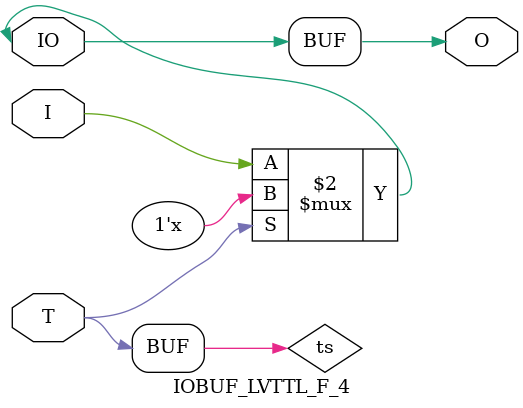
<source format=v>

/*

FUNCTION    : INPUT TRI-STATE OUTPUT BUFFER

*/

`celldefine
`timescale  100 ps / 10 ps

module IOBUF_LVTTL_F_4 (O, IO, I, T);

    output O;

    inout  IO;

    input  I, T;

    or O1 (ts, 1'b0, T);
    bufif0 T1 (IO, I, ts);

    buf B1 (O, IO);

endmodule

</source>
